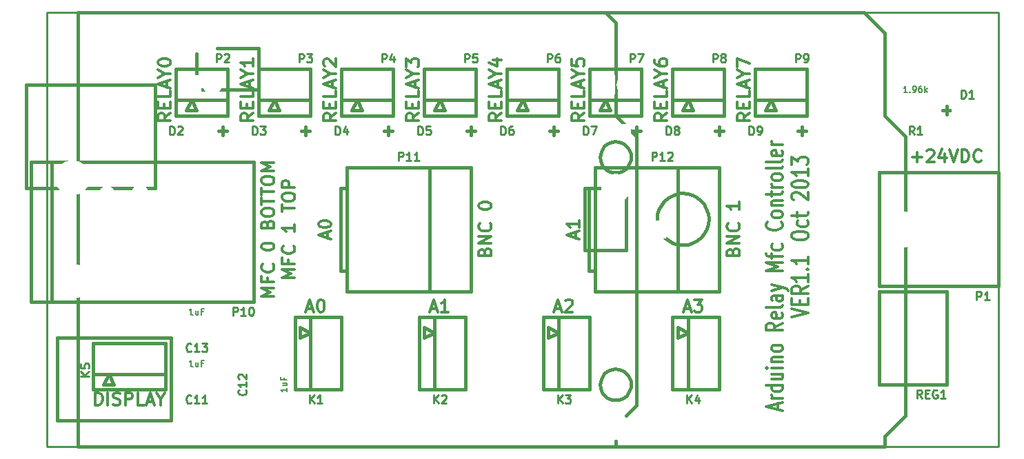
<source format=gto>
G04 (created by PCBNEW-RS274X (2011-05-25)-stable) date Thu 31 Oct 2013 03:42:36 PM EDT*
G01*
G70*
G90*
%MOIN*%
G04 Gerber Fmt 3.4, Leading zero omitted, Abs format*
%FSLAX34Y34*%
G04 APERTURE LIST*
%ADD10C,0.006000*%
%ADD11C,0.012000*%
%ADD12C,0.009000*%
%ADD13C,0.015000*%
%ADD14C,0.005000*%
%ADD15C,0.010000*%
%ADD16C,0.096000*%
%ADD17C,0.160000*%
%ADD18C,0.180000*%
%ADD19C,0.175000*%
%ADD20O,0.080000X0.120000*%
%ADD21C,0.080000*%
%ADD22R,0.070000X0.120000*%
%ADD23R,0.067000X0.067000*%
%ADD24C,0.093000*%
%ADD25R,0.093000X0.093000*%
%ADD26R,0.120000X0.070000*%
%ADD27C,0.170000*%
%ADD28C,0.140000*%
%ADD29R,0.085000X0.085000*%
%ADD30C,0.085000*%
G04 APERTURE END LIST*
G54D10*
G54D11*
X76679Y-42085D02*
X76707Y-41999D01*
X76736Y-41971D01*
X76793Y-41942D01*
X76879Y-41942D01*
X76936Y-41971D01*
X76964Y-41999D01*
X76993Y-42057D01*
X76993Y-42285D01*
X76393Y-42285D01*
X76393Y-42085D01*
X76421Y-42028D01*
X76450Y-41999D01*
X76507Y-41971D01*
X76564Y-41971D01*
X76621Y-41999D01*
X76650Y-42028D01*
X76679Y-42085D01*
X76679Y-42285D01*
X76993Y-41685D02*
X76393Y-41685D01*
X76993Y-41342D01*
X76393Y-41342D01*
X76936Y-40713D02*
X76964Y-40742D01*
X76993Y-40828D01*
X76993Y-40885D01*
X76964Y-40970D01*
X76907Y-41028D01*
X76850Y-41056D01*
X76736Y-41085D01*
X76650Y-41085D01*
X76536Y-41056D01*
X76479Y-41028D01*
X76421Y-40970D01*
X76393Y-40885D01*
X76393Y-40828D01*
X76421Y-40742D01*
X76450Y-40713D01*
X76993Y-39685D02*
X76993Y-40028D01*
X76993Y-39856D02*
X76393Y-39856D01*
X76479Y-39913D01*
X76536Y-39971D01*
X76564Y-40028D01*
X64679Y-42085D02*
X64707Y-41999D01*
X64736Y-41971D01*
X64793Y-41942D01*
X64879Y-41942D01*
X64936Y-41971D01*
X64964Y-41999D01*
X64993Y-42057D01*
X64993Y-42285D01*
X64393Y-42285D01*
X64393Y-42085D01*
X64421Y-42028D01*
X64450Y-41999D01*
X64507Y-41971D01*
X64564Y-41971D01*
X64621Y-41999D01*
X64650Y-42028D01*
X64679Y-42085D01*
X64679Y-42285D01*
X64993Y-41685D02*
X64393Y-41685D01*
X64993Y-41342D01*
X64393Y-41342D01*
X64936Y-40713D02*
X64964Y-40742D01*
X64993Y-40828D01*
X64993Y-40885D01*
X64964Y-40970D01*
X64907Y-41028D01*
X64850Y-41056D01*
X64736Y-41085D01*
X64650Y-41085D01*
X64536Y-41056D01*
X64479Y-41028D01*
X64421Y-40970D01*
X64393Y-40885D01*
X64393Y-40828D01*
X64421Y-40742D01*
X64450Y-40713D01*
X64393Y-39885D02*
X64393Y-39828D01*
X64421Y-39771D01*
X64450Y-39742D01*
X64507Y-39713D01*
X64621Y-39685D01*
X64764Y-39685D01*
X64879Y-39713D01*
X64936Y-39742D01*
X64964Y-39771D01*
X64993Y-39828D01*
X64993Y-39885D01*
X64964Y-39942D01*
X64936Y-39971D01*
X64879Y-39999D01*
X64764Y-40028D01*
X64621Y-40028D01*
X64507Y-39999D01*
X64450Y-39971D01*
X64421Y-39942D01*
X64393Y-39885D01*
X55493Y-43342D02*
X54893Y-43342D01*
X55321Y-43142D01*
X54893Y-42942D01*
X55493Y-42942D01*
X55179Y-42456D02*
X55179Y-42656D01*
X55493Y-42656D02*
X54893Y-42656D01*
X54893Y-42370D01*
X55436Y-41799D02*
X55464Y-41828D01*
X55493Y-41914D01*
X55493Y-41971D01*
X55464Y-42056D01*
X55407Y-42114D01*
X55350Y-42142D01*
X55236Y-42171D01*
X55150Y-42171D01*
X55036Y-42142D01*
X54979Y-42114D01*
X54921Y-42056D01*
X54893Y-41971D01*
X54893Y-41914D01*
X54921Y-41828D01*
X54950Y-41799D01*
X55493Y-40771D02*
X55493Y-41114D01*
X55493Y-40942D02*
X54893Y-40942D01*
X54979Y-40999D01*
X55036Y-41057D01*
X55064Y-41114D01*
X54893Y-40143D02*
X54893Y-39800D01*
X55493Y-39971D02*
X54893Y-39971D01*
X54893Y-39486D02*
X54893Y-39372D01*
X54921Y-39314D01*
X54979Y-39257D01*
X55093Y-39229D01*
X55293Y-39229D01*
X55407Y-39257D01*
X55464Y-39314D01*
X55493Y-39372D01*
X55493Y-39486D01*
X55464Y-39543D01*
X55407Y-39600D01*
X55293Y-39629D01*
X55093Y-39629D01*
X54979Y-39600D01*
X54921Y-39543D01*
X54893Y-39486D01*
X55493Y-38971D02*
X54893Y-38971D01*
X54893Y-38743D01*
X54921Y-38685D01*
X54950Y-38657D01*
X55007Y-38628D01*
X55093Y-38628D01*
X55150Y-38657D01*
X55179Y-38685D01*
X55207Y-38743D01*
X55207Y-38971D01*
X54493Y-44228D02*
X53893Y-44228D01*
X54321Y-44028D01*
X53893Y-43828D01*
X54493Y-43828D01*
X54179Y-43342D02*
X54179Y-43542D01*
X54493Y-43542D02*
X53893Y-43542D01*
X53893Y-43256D01*
X54436Y-42685D02*
X54464Y-42714D01*
X54493Y-42800D01*
X54493Y-42857D01*
X54464Y-42942D01*
X54407Y-43000D01*
X54350Y-43028D01*
X54236Y-43057D01*
X54150Y-43057D01*
X54036Y-43028D01*
X53979Y-43000D01*
X53921Y-42942D01*
X53893Y-42857D01*
X53893Y-42800D01*
X53921Y-42714D01*
X53950Y-42685D01*
X53893Y-41857D02*
X53893Y-41800D01*
X53921Y-41743D01*
X53950Y-41714D01*
X54007Y-41685D01*
X54121Y-41657D01*
X54264Y-41657D01*
X54379Y-41685D01*
X54436Y-41714D01*
X54464Y-41743D01*
X54493Y-41800D01*
X54493Y-41857D01*
X54464Y-41914D01*
X54436Y-41943D01*
X54379Y-41971D01*
X54264Y-42000D01*
X54121Y-42000D01*
X54007Y-41971D01*
X53950Y-41943D01*
X53921Y-41914D01*
X53893Y-41857D01*
X54179Y-40743D02*
X54207Y-40657D01*
X54236Y-40629D01*
X54293Y-40600D01*
X54379Y-40600D01*
X54436Y-40629D01*
X54464Y-40657D01*
X54493Y-40715D01*
X54493Y-40943D01*
X53893Y-40943D01*
X53893Y-40743D01*
X53921Y-40686D01*
X53950Y-40657D01*
X54007Y-40629D01*
X54064Y-40629D01*
X54121Y-40657D01*
X54150Y-40686D01*
X54179Y-40743D01*
X54179Y-40943D01*
X53893Y-40229D02*
X53893Y-40115D01*
X53921Y-40057D01*
X53979Y-40000D01*
X54093Y-39972D01*
X54293Y-39972D01*
X54407Y-40000D01*
X54464Y-40057D01*
X54493Y-40115D01*
X54493Y-40229D01*
X54464Y-40286D01*
X54407Y-40343D01*
X54293Y-40372D01*
X54093Y-40372D01*
X53979Y-40343D01*
X53921Y-40286D01*
X53893Y-40229D01*
X53893Y-39800D02*
X53893Y-39457D01*
X54493Y-39628D02*
X53893Y-39628D01*
X53893Y-39343D02*
X53893Y-39000D01*
X54493Y-39171D02*
X53893Y-39171D01*
X53893Y-38686D02*
X53893Y-38572D01*
X53921Y-38514D01*
X53979Y-38457D01*
X54093Y-38429D01*
X54293Y-38429D01*
X54407Y-38457D01*
X54464Y-38514D01*
X54493Y-38572D01*
X54493Y-38686D01*
X54464Y-38743D01*
X54407Y-38800D01*
X54293Y-38829D01*
X54093Y-38829D01*
X53979Y-38800D01*
X53921Y-38743D01*
X53893Y-38686D01*
X54493Y-38171D02*
X53893Y-38171D01*
X54321Y-37971D01*
X53893Y-37771D01*
X54493Y-37771D01*
G54D12*
X89500Y-51500D02*
X43500Y-51500D01*
X43500Y-30500D02*
X89500Y-30500D01*
X43500Y-30500D02*
X43500Y-51500D01*
G54D11*
X78845Y-49706D02*
X78845Y-49420D01*
X79074Y-49763D02*
X78274Y-49563D01*
X79074Y-49363D01*
X79074Y-49163D02*
X78540Y-49163D01*
X78693Y-49163D02*
X78617Y-49135D01*
X78579Y-49106D01*
X78540Y-49049D01*
X78540Y-48992D01*
X79074Y-48535D02*
X78274Y-48535D01*
X79036Y-48535D02*
X79074Y-48592D01*
X79074Y-48706D01*
X79036Y-48764D01*
X78998Y-48792D01*
X78921Y-48821D01*
X78693Y-48821D01*
X78617Y-48792D01*
X78579Y-48764D01*
X78540Y-48706D01*
X78540Y-48592D01*
X78579Y-48535D01*
X78540Y-47992D02*
X79074Y-47992D01*
X78540Y-48249D02*
X78960Y-48249D01*
X79036Y-48221D01*
X79074Y-48163D01*
X79074Y-48078D01*
X79036Y-48021D01*
X78998Y-47992D01*
X79074Y-47706D02*
X78540Y-47706D01*
X78274Y-47706D02*
X78312Y-47735D01*
X78350Y-47706D01*
X78312Y-47678D01*
X78274Y-47706D01*
X78350Y-47706D01*
X78540Y-47420D02*
X79074Y-47420D01*
X78617Y-47420D02*
X78579Y-47392D01*
X78540Y-47334D01*
X78540Y-47249D01*
X78579Y-47192D01*
X78655Y-47163D01*
X79074Y-47163D01*
X79074Y-46791D02*
X79036Y-46849D01*
X78998Y-46877D01*
X78921Y-46906D01*
X78693Y-46906D01*
X78617Y-46877D01*
X78579Y-46849D01*
X78540Y-46791D01*
X78540Y-46706D01*
X78579Y-46649D01*
X78617Y-46620D01*
X78693Y-46591D01*
X78921Y-46591D01*
X78998Y-46620D01*
X79036Y-46649D01*
X79074Y-46706D01*
X79074Y-46791D01*
X79074Y-45534D02*
X78693Y-45734D01*
X79074Y-45877D02*
X78274Y-45877D01*
X78274Y-45649D01*
X78312Y-45591D01*
X78350Y-45563D01*
X78426Y-45534D01*
X78540Y-45534D01*
X78617Y-45563D01*
X78655Y-45591D01*
X78693Y-45649D01*
X78693Y-45877D01*
X79036Y-45049D02*
X79074Y-45106D01*
X79074Y-45220D01*
X79036Y-45277D01*
X78960Y-45306D01*
X78655Y-45306D01*
X78579Y-45277D01*
X78540Y-45220D01*
X78540Y-45106D01*
X78579Y-45049D01*
X78655Y-45020D01*
X78731Y-45020D01*
X78807Y-45306D01*
X79074Y-44677D02*
X79036Y-44735D01*
X78960Y-44763D01*
X78274Y-44763D01*
X79074Y-44192D02*
X78655Y-44192D01*
X78579Y-44221D01*
X78540Y-44278D01*
X78540Y-44392D01*
X78579Y-44449D01*
X79036Y-44192D02*
X79074Y-44249D01*
X79074Y-44392D01*
X79036Y-44449D01*
X78960Y-44478D01*
X78883Y-44478D01*
X78807Y-44449D01*
X78769Y-44392D01*
X78769Y-44249D01*
X78731Y-44192D01*
X78540Y-43963D02*
X79074Y-43820D01*
X78540Y-43678D02*
X79074Y-43820D01*
X79264Y-43878D01*
X79302Y-43906D01*
X79340Y-43963D01*
X79074Y-42992D02*
X78274Y-42992D01*
X78845Y-42792D01*
X78274Y-42592D01*
X79074Y-42592D01*
X78540Y-42392D02*
X78540Y-42163D01*
X79074Y-42306D02*
X78388Y-42306D01*
X78312Y-42278D01*
X78274Y-42220D01*
X78274Y-42163D01*
X79036Y-41706D02*
X79074Y-41763D01*
X79074Y-41877D01*
X79036Y-41935D01*
X78998Y-41963D01*
X78921Y-41992D01*
X78693Y-41992D01*
X78617Y-41963D01*
X78579Y-41935D01*
X78540Y-41877D01*
X78540Y-41763D01*
X78579Y-41706D01*
X78998Y-40649D02*
X79036Y-40678D01*
X79074Y-40764D01*
X79074Y-40821D01*
X79036Y-40906D01*
X78960Y-40964D01*
X78883Y-40992D01*
X78731Y-41021D01*
X78617Y-41021D01*
X78464Y-40992D01*
X78388Y-40964D01*
X78312Y-40906D01*
X78274Y-40821D01*
X78274Y-40764D01*
X78312Y-40678D01*
X78350Y-40649D01*
X79074Y-40306D02*
X79036Y-40364D01*
X78998Y-40392D01*
X78921Y-40421D01*
X78693Y-40421D01*
X78617Y-40392D01*
X78579Y-40364D01*
X78540Y-40306D01*
X78540Y-40221D01*
X78579Y-40164D01*
X78617Y-40135D01*
X78693Y-40106D01*
X78921Y-40106D01*
X78998Y-40135D01*
X79036Y-40164D01*
X79074Y-40221D01*
X79074Y-40306D01*
X78540Y-39849D02*
X79074Y-39849D01*
X78617Y-39849D02*
X78579Y-39821D01*
X78540Y-39763D01*
X78540Y-39678D01*
X78579Y-39621D01*
X78655Y-39592D01*
X79074Y-39592D01*
X78540Y-39392D02*
X78540Y-39163D01*
X78274Y-39306D02*
X78960Y-39306D01*
X79036Y-39278D01*
X79074Y-39220D01*
X79074Y-39163D01*
X79074Y-38963D02*
X78540Y-38963D01*
X78693Y-38963D02*
X78617Y-38935D01*
X78579Y-38906D01*
X78540Y-38849D01*
X78540Y-38792D01*
X79074Y-38506D02*
X79036Y-38564D01*
X78998Y-38592D01*
X78921Y-38621D01*
X78693Y-38621D01*
X78617Y-38592D01*
X78579Y-38564D01*
X78540Y-38506D01*
X78540Y-38421D01*
X78579Y-38364D01*
X78617Y-38335D01*
X78693Y-38306D01*
X78921Y-38306D01*
X78998Y-38335D01*
X79036Y-38364D01*
X79074Y-38421D01*
X79074Y-38506D01*
X79074Y-37963D02*
X79036Y-38021D01*
X78960Y-38049D01*
X78274Y-38049D01*
X79074Y-37649D02*
X79036Y-37707D01*
X78960Y-37735D01*
X78274Y-37735D01*
X79036Y-37193D02*
X79074Y-37250D01*
X79074Y-37364D01*
X79036Y-37421D01*
X78960Y-37450D01*
X78655Y-37450D01*
X78579Y-37421D01*
X78540Y-37364D01*
X78540Y-37250D01*
X78579Y-37193D01*
X78655Y-37164D01*
X78731Y-37164D01*
X78807Y-37450D01*
X79074Y-36907D02*
X78540Y-36907D01*
X78693Y-36907D02*
X78617Y-36879D01*
X78579Y-36850D01*
X78540Y-36793D01*
X78540Y-36736D01*
X79524Y-41356D02*
X79524Y-41242D01*
X79562Y-41184D01*
X79638Y-41127D01*
X79790Y-41099D01*
X80057Y-41099D01*
X80210Y-41127D01*
X80286Y-41184D01*
X80324Y-41242D01*
X80324Y-41356D01*
X80286Y-41413D01*
X80210Y-41470D01*
X80057Y-41499D01*
X79790Y-41499D01*
X79638Y-41470D01*
X79562Y-41413D01*
X79524Y-41356D01*
X80286Y-40584D02*
X80324Y-40641D01*
X80324Y-40755D01*
X80286Y-40813D01*
X80248Y-40841D01*
X80171Y-40870D01*
X79943Y-40870D01*
X79867Y-40841D01*
X79829Y-40813D01*
X79790Y-40755D01*
X79790Y-40641D01*
X79829Y-40584D01*
X79790Y-40413D02*
X79790Y-40184D01*
X79524Y-40327D02*
X80210Y-40327D01*
X80286Y-40299D01*
X80324Y-40241D01*
X80324Y-40184D01*
X79600Y-39556D02*
X79562Y-39527D01*
X79524Y-39470D01*
X79524Y-39327D01*
X79562Y-39270D01*
X79600Y-39241D01*
X79676Y-39213D01*
X79752Y-39213D01*
X79867Y-39241D01*
X80324Y-39584D01*
X80324Y-39213D01*
X79524Y-38842D02*
X79524Y-38785D01*
X79562Y-38728D01*
X79600Y-38699D01*
X79676Y-38670D01*
X79829Y-38642D01*
X80019Y-38642D01*
X80171Y-38670D01*
X80248Y-38699D01*
X80286Y-38728D01*
X80324Y-38785D01*
X80324Y-38842D01*
X80286Y-38899D01*
X80248Y-38928D01*
X80171Y-38956D01*
X80019Y-38985D01*
X79829Y-38985D01*
X79676Y-38956D01*
X79600Y-38928D01*
X79562Y-38899D01*
X79524Y-38842D01*
X80324Y-38071D02*
X80324Y-38414D01*
X80324Y-38242D02*
X79524Y-38242D01*
X79638Y-38299D01*
X79714Y-38357D01*
X79752Y-38414D01*
X79524Y-37871D02*
X79524Y-37500D01*
X79829Y-37700D01*
X79829Y-37614D01*
X79867Y-37557D01*
X79905Y-37528D01*
X79981Y-37500D01*
X80171Y-37500D01*
X80248Y-37528D01*
X80286Y-37557D01*
X80324Y-37614D01*
X80324Y-37786D01*
X80286Y-37843D01*
X80248Y-37871D01*
X79524Y-45235D02*
X80324Y-45035D01*
X79524Y-44835D01*
X79905Y-44635D02*
X79905Y-44435D01*
X80324Y-44349D02*
X80324Y-44635D01*
X79524Y-44635D01*
X79524Y-44349D01*
X80324Y-43749D02*
X79943Y-43949D01*
X80324Y-44092D02*
X79524Y-44092D01*
X79524Y-43864D01*
X79562Y-43806D01*
X79600Y-43778D01*
X79676Y-43749D01*
X79790Y-43749D01*
X79867Y-43778D01*
X79905Y-43806D01*
X79943Y-43864D01*
X79943Y-44092D01*
X80324Y-43178D02*
X80324Y-43521D01*
X80324Y-43349D02*
X79524Y-43349D01*
X79638Y-43406D01*
X79714Y-43464D01*
X79752Y-43521D01*
X80248Y-42921D02*
X80286Y-42893D01*
X80324Y-42921D01*
X80286Y-42950D01*
X80248Y-42921D01*
X80324Y-42921D01*
X80324Y-42321D02*
X80324Y-42664D01*
X80324Y-42492D02*
X79524Y-42492D01*
X79638Y-42549D01*
X79714Y-42607D01*
X79752Y-42664D01*
G54D12*
X89500Y-51500D02*
X89500Y-30500D01*
G54D13*
X89500Y-38250D02*
X89500Y-43750D01*
X89500Y-43750D02*
X83750Y-43750D01*
X83750Y-43750D02*
X83750Y-38250D01*
X83750Y-38250D02*
X89500Y-38250D01*
X71750Y-48500D02*
X71735Y-48645D01*
X71693Y-48785D01*
X71624Y-48915D01*
X71532Y-49028D01*
X71419Y-49121D01*
X71290Y-49191D01*
X71150Y-49234D01*
X71005Y-49249D01*
X70860Y-49236D01*
X70720Y-49195D01*
X70590Y-49127D01*
X70476Y-49035D01*
X70382Y-48923D01*
X70311Y-48795D01*
X70267Y-48655D01*
X70251Y-48510D01*
X70263Y-48365D01*
X70303Y-48224D01*
X70370Y-48094D01*
X70461Y-47980D01*
X70572Y-47885D01*
X70700Y-47813D01*
X70839Y-47768D01*
X70985Y-47751D01*
X71130Y-47762D01*
X71271Y-47801D01*
X71401Y-47867D01*
X71517Y-47957D01*
X71612Y-48068D01*
X71685Y-48195D01*
X71731Y-48334D01*
X71749Y-48480D01*
X71750Y-48500D01*
X71750Y-37500D02*
X71735Y-37645D01*
X71693Y-37785D01*
X71624Y-37915D01*
X71532Y-38028D01*
X71419Y-38121D01*
X71290Y-38191D01*
X71150Y-38234D01*
X71005Y-38249D01*
X70860Y-38236D01*
X70720Y-38195D01*
X70590Y-38127D01*
X70476Y-38035D01*
X70382Y-37923D01*
X70311Y-37795D01*
X70267Y-37655D01*
X70251Y-37510D01*
X70263Y-37365D01*
X70303Y-37224D01*
X70370Y-37094D01*
X70461Y-36980D01*
X70572Y-36885D01*
X70700Y-36813D01*
X70839Y-36768D01*
X70985Y-36751D01*
X71130Y-36762D01*
X71271Y-36801D01*
X71401Y-36867D01*
X71517Y-36957D01*
X71612Y-37068D01*
X71685Y-37195D01*
X71731Y-37334D01*
X71749Y-37480D01*
X71750Y-37500D01*
X69500Y-42000D02*
X71500Y-42000D01*
X71500Y-42000D02*
X71500Y-39000D01*
X71500Y-39000D02*
X69500Y-39000D01*
X69500Y-39000D02*
X69500Y-42000D01*
X50750Y-34250D02*
X50750Y-32500D01*
X51750Y-32250D02*
X53750Y-32250D01*
X53750Y-32250D02*
X53750Y-34250D01*
X53750Y-34250D02*
X50750Y-34250D01*
X75500Y-40500D02*
X75476Y-40742D01*
X75405Y-40976D01*
X75291Y-41191D01*
X75136Y-41380D01*
X74948Y-41536D01*
X74734Y-41652D01*
X74501Y-41724D01*
X74258Y-41749D01*
X74016Y-41727D01*
X73782Y-41658D01*
X73566Y-41545D01*
X73376Y-41393D01*
X73219Y-41206D01*
X73102Y-40992D01*
X73028Y-40759D01*
X73001Y-40517D01*
X73021Y-40275D01*
X73088Y-40040D01*
X73200Y-39823D01*
X73351Y-39632D01*
X73537Y-39474D01*
X73750Y-39355D01*
X73982Y-39280D01*
X74224Y-39251D01*
X74467Y-39269D01*
X74702Y-39335D01*
X74919Y-39445D01*
X75112Y-39595D01*
X75271Y-39780D01*
X75391Y-39992D01*
X75468Y-40224D01*
X75499Y-40466D01*
X75500Y-40500D01*
X42500Y-39000D02*
X42500Y-34000D01*
X42500Y-34000D02*
X48750Y-34000D01*
X48750Y-34000D02*
X48750Y-39000D01*
X48750Y-39000D02*
X42500Y-39000D01*
X71000Y-51250D02*
X71000Y-51500D01*
X71500Y-50000D02*
X72000Y-49500D01*
X44000Y-50250D02*
X44000Y-46250D01*
X44000Y-46250D02*
X49500Y-46250D01*
X49500Y-46250D02*
X49500Y-50250D01*
X49500Y-50250D02*
X44000Y-50250D01*
X70500Y-30500D02*
X71000Y-31000D01*
X71000Y-31000D02*
X71000Y-35500D01*
X71000Y-35500D02*
X72000Y-36500D01*
X72000Y-36500D02*
X72000Y-49500D01*
X45000Y-51500D02*
X45000Y-30500D01*
X45000Y-30500D02*
X83000Y-30500D01*
X83000Y-30500D02*
X84000Y-31500D01*
X84000Y-31500D02*
X84000Y-35500D01*
X84000Y-35500D02*
X85000Y-36500D01*
X85000Y-36500D02*
X85000Y-50000D01*
X85000Y-50000D02*
X84000Y-51000D01*
X84000Y-51000D02*
X84000Y-51500D01*
X84000Y-51500D02*
X45000Y-51500D01*
G54D14*
X85200Y-34700D02*
X84600Y-34700D01*
X84600Y-34700D02*
X84600Y-35800D01*
X84600Y-35800D02*
X85200Y-35800D01*
X85800Y-35800D02*
X86400Y-35800D01*
X86400Y-35800D02*
X86400Y-34700D01*
X86400Y-34700D02*
X85800Y-34700D01*
G54D13*
X56000Y-36050D02*
X56000Y-36450D01*
X55800Y-36250D02*
X56200Y-36250D01*
X87000Y-35450D02*
X87000Y-35050D01*
X87200Y-35250D02*
X86800Y-35250D01*
X52000Y-36050D02*
X52000Y-36450D01*
X51800Y-36250D02*
X52200Y-36250D01*
X80000Y-36050D02*
X80000Y-36450D01*
X79800Y-36250D02*
X80200Y-36250D01*
X76000Y-36050D02*
X76000Y-36450D01*
X75800Y-36250D02*
X76200Y-36250D01*
X60000Y-36050D02*
X60000Y-36450D01*
X59800Y-36250D02*
X60200Y-36250D01*
X64000Y-36050D02*
X64000Y-36450D01*
X63800Y-36250D02*
X64200Y-36250D01*
X68000Y-36050D02*
X68000Y-36450D01*
X67800Y-36250D02*
X68200Y-36250D01*
X72000Y-36050D02*
X72000Y-36450D01*
X71800Y-36250D02*
X72200Y-36250D01*
X67750Y-46250D02*
X68250Y-46000D01*
X68250Y-46000D02*
X67750Y-45750D01*
X67750Y-45750D02*
X67750Y-46250D01*
X67500Y-48750D02*
X67500Y-45250D01*
X67500Y-45250D02*
X68250Y-45250D01*
X67500Y-48750D02*
X68250Y-48750D01*
X68250Y-48750D02*
X69750Y-48750D01*
X69750Y-48750D02*
X69750Y-45250D01*
X69750Y-45250D02*
X68250Y-45250D01*
X68250Y-45250D02*
X68250Y-48750D01*
X74000Y-46250D02*
X74500Y-46000D01*
X74500Y-46000D02*
X74000Y-45750D01*
X74000Y-45750D02*
X74000Y-46250D01*
X73750Y-48750D02*
X73750Y-45250D01*
X73750Y-45250D02*
X74500Y-45250D01*
X73750Y-48750D02*
X74500Y-48750D01*
X74500Y-48750D02*
X76000Y-48750D01*
X76000Y-48750D02*
X76000Y-45250D01*
X76000Y-45250D02*
X74500Y-45250D01*
X74500Y-45250D02*
X74500Y-48750D01*
X61750Y-46250D02*
X62250Y-46000D01*
X62250Y-46000D02*
X61750Y-45750D01*
X61750Y-45750D02*
X61750Y-46250D01*
X61500Y-48750D02*
X61500Y-45250D01*
X61500Y-45250D02*
X62250Y-45250D01*
X61500Y-48750D02*
X62250Y-48750D01*
X62250Y-48750D02*
X63750Y-48750D01*
X63750Y-48750D02*
X63750Y-45250D01*
X63750Y-45250D02*
X62250Y-45250D01*
X62250Y-45250D02*
X62250Y-48750D01*
X55750Y-46250D02*
X56250Y-46000D01*
X56250Y-46000D02*
X55750Y-45750D01*
X55750Y-45750D02*
X55750Y-46250D01*
X55500Y-48750D02*
X55500Y-45250D01*
X55500Y-45250D02*
X56250Y-45250D01*
X55500Y-48750D02*
X56250Y-48750D01*
X56250Y-48750D02*
X57750Y-48750D01*
X57750Y-48750D02*
X57750Y-45250D01*
X57750Y-45250D02*
X56250Y-45250D01*
X56250Y-45250D02*
X56250Y-48750D01*
X52250Y-33250D02*
X49750Y-33250D01*
X52250Y-34750D02*
X49750Y-34750D01*
X52250Y-35500D02*
X49750Y-35500D01*
X50750Y-35250D02*
X50500Y-34750D01*
X50500Y-34750D02*
X50250Y-35250D01*
X50250Y-35250D02*
X50750Y-35250D01*
X49750Y-35500D02*
X49750Y-34750D01*
X52250Y-35500D02*
X52250Y-34750D01*
X52250Y-34750D02*
X52250Y-33250D01*
X49750Y-33250D02*
X49750Y-34750D01*
X56250Y-33250D02*
X53750Y-33250D01*
X56250Y-34750D02*
X53750Y-34750D01*
X56250Y-35500D02*
X53750Y-35500D01*
X54750Y-35250D02*
X54500Y-34750D01*
X54500Y-34750D02*
X54250Y-35250D01*
X54250Y-35250D02*
X54750Y-35250D01*
X53750Y-35500D02*
X53750Y-34750D01*
X56250Y-35500D02*
X56250Y-34750D01*
X56250Y-34750D02*
X56250Y-33250D01*
X53750Y-33250D02*
X53750Y-34750D01*
X60250Y-33250D02*
X57750Y-33250D01*
X60250Y-34750D02*
X57750Y-34750D01*
X60250Y-35500D02*
X57750Y-35500D01*
X58750Y-35250D02*
X58500Y-34750D01*
X58500Y-34750D02*
X58250Y-35250D01*
X58250Y-35250D02*
X58750Y-35250D01*
X57750Y-35500D02*
X57750Y-34750D01*
X60250Y-35500D02*
X60250Y-34750D01*
X60250Y-34750D02*
X60250Y-33250D01*
X57750Y-33250D02*
X57750Y-34750D01*
X64250Y-33250D02*
X61750Y-33250D01*
X64250Y-34750D02*
X61750Y-34750D01*
X64250Y-35500D02*
X61750Y-35500D01*
X62750Y-35250D02*
X62500Y-34750D01*
X62500Y-34750D02*
X62250Y-35250D01*
X62250Y-35250D02*
X62750Y-35250D01*
X61750Y-35500D02*
X61750Y-34750D01*
X64250Y-35500D02*
X64250Y-34750D01*
X64250Y-34750D02*
X64250Y-33250D01*
X61750Y-33250D02*
X61750Y-34750D01*
X68250Y-33250D02*
X65750Y-33250D01*
X68250Y-34750D02*
X65750Y-34750D01*
X68250Y-35500D02*
X65750Y-35500D01*
X66750Y-35250D02*
X66500Y-34750D01*
X66500Y-34750D02*
X66250Y-35250D01*
X66250Y-35250D02*
X66750Y-35250D01*
X65750Y-35500D02*
X65750Y-34750D01*
X68250Y-35500D02*
X68250Y-34750D01*
X68250Y-34750D02*
X68250Y-33250D01*
X65750Y-33250D02*
X65750Y-34750D01*
X72250Y-33250D02*
X69750Y-33250D01*
X72250Y-34750D02*
X69750Y-34750D01*
X72250Y-35500D02*
X69750Y-35500D01*
X70750Y-35250D02*
X70500Y-34750D01*
X70500Y-34750D02*
X70250Y-35250D01*
X70250Y-35250D02*
X70750Y-35250D01*
X69750Y-35500D02*
X69750Y-34750D01*
X72250Y-35500D02*
X72250Y-34750D01*
X72250Y-34750D02*
X72250Y-33250D01*
X69750Y-33250D02*
X69750Y-34750D01*
X76250Y-33250D02*
X73750Y-33250D01*
X76250Y-34750D02*
X73750Y-34750D01*
X76250Y-35500D02*
X73750Y-35500D01*
X74750Y-35250D02*
X74500Y-34750D01*
X74500Y-34750D02*
X74250Y-35250D01*
X74250Y-35250D02*
X74750Y-35250D01*
X73750Y-35500D02*
X73750Y-34750D01*
X76250Y-35500D02*
X76250Y-34750D01*
X76250Y-34750D02*
X76250Y-33250D01*
X73750Y-33250D02*
X73750Y-34750D01*
X80250Y-33250D02*
X77750Y-33250D01*
X80250Y-34750D02*
X77750Y-34750D01*
X80250Y-35500D02*
X77750Y-35500D01*
X78750Y-35250D02*
X78500Y-34750D01*
X78500Y-34750D02*
X78250Y-35250D01*
X78250Y-35250D02*
X78750Y-35250D01*
X77750Y-35500D02*
X77750Y-34750D01*
X80250Y-35500D02*
X80250Y-34750D01*
X80250Y-34750D02*
X80250Y-33250D01*
X77750Y-33250D02*
X77750Y-34750D01*
G54D14*
X51050Y-48800D02*
X51650Y-48800D01*
X51650Y-48800D02*
X51650Y-47700D01*
X51650Y-47700D02*
X51050Y-47700D01*
X50450Y-47700D02*
X49850Y-47700D01*
X49850Y-47700D02*
X49850Y-48800D01*
X49850Y-48800D02*
X50450Y-48800D01*
X53450Y-48800D02*
X53450Y-49400D01*
X53450Y-49400D02*
X54550Y-49400D01*
X54550Y-49400D02*
X54550Y-48800D01*
X54550Y-48200D02*
X54550Y-47600D01*
X54550Y-47600D02*
X53450Y-47600D01*
X53450Y-47600D02*
X53450Y-48200D01*
X50450Y-45200D02*
X49850Y-45200D01*
X49850Y-45200D02*
X49850Y-46300D01*
X49850Y-46300D02*
X50450Y-46300D01*
X51050Y-46300D02*
X51650Y-46300D01*
X51650Y-46300D02*
X51650Y-45200D01*
X51650Y-45200D02*
X51050Y-45200D01*
G54D13*
X43750Y-44500D02*
X43750Y-37750D01*
X42750Y-44500D02*
X42750Y-37750D01*
X42750Y-37750D02*
X53500Y-37750D01*
X53500Y-37750D02*
X53500Y-44500D01*
X53500Y-44500D02*
X42750Y-44500D01*
X87000Y-44000D02*
X83750Y-44000D01*
X83750Y-44000D02*
X83750Y-48500D01*
X83750Y-48500D02*
X87000Y-48500D01*
X87000Y-48500D02*
X87000Y-44000D01*
X58000Y-38000D02*
X64000Y-38000D01*
X58000Y-44000D02*
X64000Y-44000D01*
X58000Y-43000D02*
X57700Y-43000D01*
X57700Y-43000D02*
X57700Y-39000D01*
X57700Y-39000D02*
X58000Y-39000D01*
X62000Y-44000D02*
X62000Y-38000D01*
X58000Y-44000D02*
X58000Y-38000D01*
X64000Y-44000D02*
X64000Y-38000D01*
X70000Y-38000D02*
X76000Y-38000D01*
X70000Y-44000D02*
X76000Y-44000D01*
X70000Y-43000D02*
X69700Y-43000D01*
X69700Y-43000D02*
X69700Y-39000D01*
X69700Y-39000D02*
X70000Y-39000D01*
X74000Y-44000D02*
X74000Y-38000D01*
X70000Y-44000D02*
X70000Y-38000D01*
X76000Y-44000D02*
X76000Y-38000D01*
X46750Y-48500D02*
X46500Y-48000D01*
X46500Y-48000D02*
X46250Y-48500D01*
X46250Y-48500D02*
X46750Y-48500D01*
X49250Y-48750D02*
X45750Y-48750D01*
X45750Y-48750D02*
X45750Y-48000D01*
X49250Y-48750D02*
X49250Y-48000D01*
X49250Y-48000D02*
X49250Y-46500D01*
X49250Y-46500D02*
X45750Y-46500D01*
X45750Y-46500D02*
X45750Y-48000D01*
X45750Y-48000D02*
X49250Y-48000D01*
G54D15*
X88455Y-44412D02*
X88455Y-44012D01*
X88608Y-44012D01*
X88646Y-44031D01*
X88665Y-44050D01*
X88684Y-44088D01*
X88684Y-44145D01*
X88665Y-44183D01*
X88646Y-44202D01*
X88608Y-44221D01*
X88455Y-44221D01*
X89065Y-44412D02*
X88836Y-44412D01*
X88950Y-44412D02*
X88950Y-44012D01*
X88912Y-44069D01*
X88874Y-44107D01*
X88836Y-44126D01*
G54D11*
X85344Y-37514D02*
X85801Y-37514D01*
X85572Y-37743D02*
X85572Y-37286D01*
X86058Y-37200D02*
X86087Y-37171D01*
X86144Y-37143D01*
X86287Y-37143D01*
X86344Y-37171D01*
X86373Y-37200D01*
X86401Y-37257D01*
X86401Y-37314D01*
X86373Y-37400D01*
X86030Y-37743D01*
X86401Y-37743D01*
X86915Y-37343D02*
X86915Y-37743D01*
X86772Y-37114D02*
X86629Y-37543D01*
X87001Y-37543D01*
X87143Y-37143D02*
X87343Y-37743D01*
X87543Y-37143D01*
X87743Y-37743D02*
X87743Y-37143D01*
X87886Y-37143D01*
X87971Y-37171D01*
X88029Y-37229D01*
X88057Y-37286D01*
X88086Y-37400D01*
X88086Y-37486D01*
X88057Y-37600D01*
X88029Y-37657D01*
X87971Y-37714D01*
X87886Y-37743D01*
X87743Y-37743D01*
X88686Y-37686D02*
X88657Y-37714D01*
X88571Y-37743D01*
X88514Y-37743D01*
X88429Y-37714D01*
X88371Y-37657D01*
X88343Y-37600D01*
X88314Y-37486D01*
X88314Y-37400D01*
X88343Y-37286D01*
X88371Y-37229D01*
X88429Y-37171D01*
X88514Y-37143D01*
X88571Y-37143D01*
X88657Y-37171D01*
X88686Y-37200D01*
G54D15*
X85434Y-36412D02*
X85300Y-36221D01*
X85205Y-36412D02*
X85205Y-36012D01*
X85358Y-36012D01*
X85396Y-36031D01*
X85415Y-36050D01*
X85434Y-36088D01*
X85434Y-36145D01*
X85415Y-36183D01*
X85396Y-36202D01*
X85358Y-36221D01*
X85205Y-36221D01*
X85815Y-36412D02*
X85586Y-36412D01*
X85700Y-36412D02*
X85700Y-36012D01*
X85662Y-36069D01*
X85624Y-36107D01*
X85586Y-36126D01*
G54D14*
X85107Y-34371D02*
X84935Y-34371D01*
X85021Y-34371D02*
X85021Y-34071D01*
X84992Y-34114D01*
X84964Y-34143D01*
X84935Y-34157D01*
X85235Y-34343D02*
X85250Y-34357D01*
X85235Y-34371D01*
X85221Y-34357D01*
X85235Y-34343D01*
X85235Y-34371D01*
X85393Y-34371D02*
X85450Y-34371D01*
X85478Y-34357D01*
X85493Y-34343D01*
X85521Y-34300D01*
X85536Y-34243D01*
X85536Y-34129D01*
X85521Y-34100D01*
X85507Y-34086D01*
X85478Y-34071D01*
X85421Y-34071D01*
X85393Y-34086D01*
X85378Y-34100D01*
X85364Y-34129D01*
X85364Y-34200D01*
X85378Y-34229D01*
X85393Y-34243D01*
X85421Y-34257D01*
X85478Y-34257D01*
X85507Y-34243D01*
X85521Y-34229D01*
X85536Y-34200D01*
X85793Y-34071D02*
X85736Y-34071D01*
X85707Y-34086D01*
X85693Y-34100D01*
X85664Y-34143D01*
X85650Y-34200D01*
X85650Y-34314D01*
X85664Y-34343D01*
X85679Y-34357D01*
X85707Y-34371D01*
X85764Y-34371D01*
X85793Y-34357D01*
X85807Y-34343D01*
X85822Y-34314D01*
X85822Y-34243D01*
X85807Y-34214D01*
X85793Y-34200D01*
X85764Y-34186D01*
X85707Y-34186D01*
X85679Y-34200D01*
X85664Y-34214D01*
X85650Y-34243D01*
X85950Y-34371D02*
X85950Y-34071D01*
X85979Y-34257D02*
X86065Y-34371D01*
X86065Y-34171D02*
X85950Y-34286D01*
G54D15*
X53455Y-36412D02*
X53455Y-36012D01*
X53550Y-36012D01*
X53608Y-36031D01*
X53646Y-36069D01*
X53665Y-36107D01*
X53684Y-36183D01*
X53684Y-36240D01*
X53665Y-36317D01*
X53646Y-36355D01*
X53608Y-36393D01*
X53550Y-36412D01*
X53455Y-36412D01*
X53817Y-36012D02*
X54065Y-36012D01*
X53931Y-36164D01*
X53989Y-36164D01*
X54027Y-36183D01*
X54046Y-36202D01*
X54065Y-36240D01*
X54065Y-36336D01*
X54046Y-36374D01*
X54027Y-36393D01*
X53989Y-36412D01*
X53874Y-36412D01*
X53836Y-36393D01*
X53817Y-36374D01*
X87705Y-34662D02*
X87705Y-34262D01*
X87800Y-34262D01*
X87858Y-34281D01*
X87896Y-34319D01*
X87915Y-34357D01*
X87934Y-34433D01*
X87934Y-34490D01*
X87915Y-34567D01*
X87896Y-34605D01*
X87858Y-34643D01*
X87800Y-34662D01*
X87705Y-34662D01*
X88315Y-34662D02*
X88086Y-34662D01*
X88200Y-34662D02*
X88200Y-34262D01*
X88162Y-34319D01*
X88124Y-34357D01*
X88086Y-34376D01*
X49455Y-36412D02*
X49455Y-36012D01*
X49550Y-36012D01*
X49608Y-36031D01*
X49646Y-36069D01*
X49665Y-36107D01*
X49684Y-36183D01*
X49684Y-36240D01*
X49665Y-36317D01*
X49646Y-36355D01*
X49608Y-36393D01*
X49550Y-36412D01*
X49455Y-36412D01*
X49836Y-36050D02*
X49855Y-36031D01*
X49893Y-36012D01*
X49989Y-36012D01*
X50027Y-36031D01*
X50046Y-36050D01*
X50065Y-36088D01*
X50065Y-36126D01*
X50046Y-36183D01*
X49817Y-36412D01*
X50065Y-36412D01*
X77455Y-36412D02*
X77455Y-36012D01*
X77550Y-36012D01*
X77608Y-36031D01*
X77646Y-36069D01*
X77665Y-36107D01*
X77684Y-36183D01*
X77684Y-36240D01*
X77665Y-36317D01*
X77646Y-36355D01*
X77608Y-36393D01*
X77550Y-36412D01*
X77455Y-36412D01*
X77874Y-36412D02*
X77950Y-36412D01*
X77989Y-36393D01*
X78008Y-36374D01*
X78046Y-36317D01*
X78065Y-36240D01*
X78065Y-36088D01*
X78046Y-36050D01*
X78027Y-36031D01*
X77989Y-36012D01*
X77912Y-36012D01*
X77874Y-36031D01*
X77855Y-36050D01*
X77836Y-36088D01*
X77836Y-36183D01*
X77855Y-36221D01*
X77874Y-36240D01*
X77912Y-36260D01*
X77989Y-36260D01*
X78027Y-36240D01*
X78046Y-36221D01*
X78065Y-36183D01*
X73455Y-36412D02*
X73455Y-36012D01*
X73550Y-36012D01*
X73608Y-36031D01*
X73646Y-36069D01*
X73665Y-36107D01*
X73684Y-36183D01*
X73684Y-36240D01*
X73665Y-36317D01*
X73646Y-36355D01*
X73608Y-36393D01*
X73550Y-36412D01*
X73455Y-36412D01*
X73912Y-36183D02*
X73874Y-36164D01*
X73855Y-36145D01*
X73836Y-36107D01*
X73836Y-36088D01*
X73855Y-36050D01*
X73874Y-36031D01*
X73912Y-36012D01*
X73989Y-36012D01*
X74027Y-36031D01*
X74046Y-36050D01*
X74065Y-36088D01*
X74065Y-36107D01*
X74046Y-36145D01*
X74027Y-36164D01*
X73989Y-36183D01*
X73912Y-36183D01*
X73874Y-36202D01*
X73855Y-36221D01*
X73836Y-36260D01*
X73836Y-36336D01*
X73855Y-36374D01*
X73874Y-36393D01*
X73912Y-36412D01*
X73989Y-36412D01*
X74027Y-36393D01*
X74046Y-36374D01*
X74065Y-36336D01*
X74065Y-36260D01*
X74046Y-36221D01*
X74027Y-36202D01*
X73989Y-36183D01*
X57455Y-36412D02*
X57455Y-36012D01*
X57550Y-36012D01*
X57608Y-36031D01*
X57646Y-36069D01*
X57665Y-36107D01*
X57684Y-36183D01*
X57684Y-36240D01*
X57665Y-36317D01*
X57646Y-36355D01*
X57608Y-36393D01*
X57550Y-36412D01*
X57455Y-36412D01*
X58027Y-36145D02*
X58027Y-36412D01*
X57931Y-35993D02*
X57836Y-36279D01*
X58084Y-36279D01*
X61455Y-36412D02*
X61455Y-36012D01*
X61550Y-36012D01*
X61608Y-36031D01*
X61646Y-36069D01*
X61665Y-36107D01*
X61684Y-36183D01*
X61684Y-36240D01*
X61665Y-36317D01*
X61646Y-36355D01*
X61608Y-36393D01*
X61550Y-36412D01*
X61455Y-36412D01*
X62046Y-36012D02*
X61855Y-36012D01*
X61836Y-36202D01*
X61855Y-36183D01*
X61893Y-36164D01*
X61989Y-36164D01*
X62027Y-36183D01*
X62046Y-36202D01*
X62065Y-36240D01*
X62065Y-36336D01*
X62046Y-36374D01*
X62027Y-36393D01*
X61989Y-36412D01*
X61893Y-36412D01*
X61855Y-36393D01*
X61836Y-36374D01*
X65455Y-36412D02*
X65455Y-36012D01*
X65550Y-36012D01*
X65608Y-36031D01*
X65646Y-36069D01*
X65665Y-36107D01*
X65684Y-36183D01*
X65684Y-36240D01*
X65665Y-36317D01*
X65646Y-36355D01*
X65608Y-36393D01*
X65550Y-36412D01*
X65455Y-36412D01*
X66027Y-36012D02*
X65950Y-36012D01*
X65912Y-36031D01*
X65893Y-36050D01*
X65855Y-36107D01*
X65836Y-36183D01*
X65836Y-36336D01*
X65855Y-36374D01*
X65874Y-36393D01*
X65912Y-36412D01*
X65989Y-36412D01*
X66027Y-36393D01*
X66046Y-36374D01*
X66065Y-36336D01*
X66065Y-36240D01*
X66046Y-36202D01*
X66027Y-36183D01*
X65989Y-36164D01*
X65912Y-36164D01*
X65874Y-36183D01*
X65855Y-36202D01*
X65836Y-36240D01*
X69455Y-36412D02*
X69455Y-36012D01*
X69550Y-36012D01*
X69608Y-36031D01*
X69646Y-36069D01*
X69665Y-36107D01*
X69684Y-36183D01*
X69684Y-36240D01*
X69665Y-36317D01*
X69646Y-36355D01*
X69608Y-36393D01*
X69550Y-36412D01*
X69455Y-36412D01*
X69817Y-36012D02*
X70084Y-36012D01*
X69912Y-36412D01*
X68205Y-49412D02*
X68205Y-49012D01*
X68434Y-49412D02*
X68262Y-49183D01*
X68434Y-49012D02*
X68205Y-49240D01*
X68567Y-49012D02*
X68815Y-49012D01*
X68681Y-49164D01*
X68739Y-49164D01*
X68777Y-49183D01*
X68796Y-49202D01*
X68815Y-49240D01*
X68815Y-49336D01*
X68796Y-49374D01*
X68777Y-49393D01*
X68739Y-49412D01*
X68624Y-49412D01*
X68586Y-49393D01*
X68567Y-49374D01*
G54D11*
X68072Y-44821D02*
X68358Y-44821D01*
X68015Y-44993D02*
X68215Y-44393D01*
X68415Y-44993D01*
X68586Y-44450D02*
X68615Y-44421D01*
X68672Y-44393D01*
X68815Y-44393D01*
X68872Y-44421D01*
X68901Y-44450D01*
X68929Y-44507D01*
X68929Y-44564D01*
X68901Y-44650D01*
X68558Y-44993D01*
X68929Y-44993D01*
G54D15*
X74455Y-49412D02*
X74455Y-49012D01*
X74684Y-49412D02*
X74512Y-49183D01*
X74684Y-49012D02*
X74455Y-49240D01*
X75027Y-49145D02*
X75027Y-49412D01*
X74931Y-48993D02*
X74836Y-49279D01*
X75084Y-49279D01*
G54D11*
X74322Y-44821D02*
X74608Y-44821D01*
X74265Y-44993D02*
X74465Y-44393D01*
X74665Y-44993D01*
X74808Y-44393D02*
X75179Y-44393D01*
X74979Y-44621D01*
X75065Y-44621D01*
X75122Y-44650D01*
X75151Y-44679D01*
X75179Y-44736D01*
X75179Y-44879D01*
X75151Y-44936D01*
X75122Y-44964D01*
X75065Y-44993D01*
X74893Y-44993D01*
X74836Y-44964D01*
X74808Y-44936D01*
G54D15*
X62205Y-49412D02*
X62205Y-49012D01*
X62434Y-49412D02*
X62262Y-49183D01*
X62434Y-49012D02*
X62205Y-49240D01*
X62586Y-49050D02*
X62605Y-49031D01*
X62643Y-49012D01*
X62739Y-49012D01*
X62777Y-49031D01*
X62796Y-49050D01*
X62815Y-49088D01*
X62815Y-49126D01*
X62796Y-49183D01*
X62567Y-49412D01*
X62815Y-49412D01*
G54D11*
X62072Y-44821D02*
X62358Y-44821D01*
X62015Y-44993D02*
X62215Y-44393D01*
X62415Y-44993D01*
X62929Y-44993D02*
X62586Y-44993D01*
X62758Y-44993D02*
X62758Y-44393D01*
X62701Y-44479D01*
X62643Y-44536D01*
X62586Y-44564D01*
G54D15*
X56205Y-49412D02*
X56205Y-49012D01*
X56434Y-49412D02*
X56262Y-49183D01*
X56434Y-49012D02*
X56205Y-49240D01*
X56815Y-49412D02*
X56586Y-49412D01*
X56700Y-49412D02*
X56700Y-49012D01*
X56662Y-49069D01*
X56624Y-49107D01*
X56586Y-49126D01*
G54D11*
X56072Y-44821D02*
X56358Y-44821D01*
X56015Y-44993D02*
X56215Y-44393D01*
X56415Y-44993D01*
X56729Y-44393D02*
X56786Y-44393D01*
X56843Y-44421D01*
X56872Y-44450D01*
X56901Y-44507D01*
X56929Y-44621D01*
X56929Y-44764D01*
X56901Y-44879D01*
X56872Y-44936D01*
X56843Y-44964D01*
X56786Y-44993D01*
X56729Y-44993D01*
X56672Y-44964D01*
X56643Y-44936D01*
X56615Y-44879D01*
X56586Y-44764D01*
X56586Y-44621D01*
X56615Y-44507D01*
X56643Y-44450D01*
X56672Y-44421D01*
X56729Y-44393D01*
G54D15*
X51705Y-32912D02*
X51705Y-32512D01*
X51858Y-32512D01*
X51896Y-32531D01*
X51915Y-32550D01*
X51934Y-32588D01*
X51934Y-32645D01*
X51915Y-32683D01*
X51896Y-32702D01*
X51858Y-32721D01*
X51705Y-32721D01*
X52086Y-32550D02*
X52105Y-32531D01*
X52143Y-32512D01*
X52239Y-32512D01*
X52277Y-32531D01*
X52296Y-32550D01*
X52315Y-32588D01*
X52315Y-32626D01*
X52296Y-32683D01*
X52067Y-32912D01*
X52315Y-32912D01*
G54D11*
X49493Y-35378D02*
X49207Y-35578D01*
X49493Y-35721D02*
X48893Y-35721D01*
X48893Y-35493D01*
X48921Y-35435D01*
X48950Y-35407D01*
X49007Y-35378D01*
X49093Y-35378D01*
X49150Y-35407D01*
X49179Y-35435D01*
X49207Y-35493D01*
X49207Y-35721D01*
X49179Y-35121D02*
X49179Y-34921D01*
X49493Y-34835D02*
X49493Y-35121D01*
X48893Y-35121D01*
X48893Y-34835D01*
X49493Y-34292D02*
X49493Y-34578D01*
X48893Y-34578D01*
X49321Y-34121D02*
X49321Y-33835D01*
X49493Y-34178D02*
X48893Y-33978D01*
X49493Y-33778D01*
X49207Y-33464D02*
X49493Y-33464D01*
X48893Y-33664D02*
X49207Y-33464D01*
X48893Y-33264D01*
X48893Y-32950D02*
X48893Y-32893D01*
X48921Y-32836D01*
X48950Y-32807D01*
X49007Y-32778D01*
X49121Y-32750D01*
X49264Y-32750D01*
X49379Y-32778D01*
X49436Y-32807D01*
X49464Y-32836D01*
X49493Y-32893D01*
X49493Y-32950D01*
X49464Y-33007D01*
X49436Y-33036D01*
X49379Y-33064D01*
X49264Y-33093D01*
X49121Y-33093D01*
X49007Y-33064D01*
X48950Y-33036D01*
X48921Y-33007D01*
X48893Y-32950D01*
G54D15*
X55705Y-32912D02*
X55705Y-32512D01*
X55858Y-32512D01*
X55896Y-32531D01*
X55915Y-32550D01*
X55934Y-32588D01*
X55934Y-32645D01*
X55915Y-32683D01*
X55896Y-32702D01*
X55858Y-32721D01*
X55705Y-32721D01*
X56067Y-32512D02*
X56315Y-32512D01*
X56181Y-32664D01*
X56239Y-32664D01*
X56277Y-32683D01*
X56296Y-32702D01*
X56315Y-32740D01*
X56315Y-32836D01*
X56296Y-32874D01*
X56277Y-32893D01*
X56239Y-32912D01*
X56124Y-32912D01*
X56086Y-32893D01*
X56067Y-32874D01*
G54D11*
X53493Y-35378D02*
X53207Y-35578D01*
X53493Y-35721D02*
X52893Y-35721D01*
X52893Y-35493D01*
X52921Y-35435D01*
X52950Y-35407D01*
X53007Y-35378D01*
X53093Y-35378D01*
X53150Y-35407D01*
X53179Y-35435D01*
X53207Y-35493D01*
X53207Y-35721D01*
X53179Y-35121D02*
X53179Y-34921D01*
X53493Y-34835D02*
X53493Y-35121D01*
X52893Y-35121D01*
X52893Y-34835D01*
X53493Y-34292D02*
X53493Y-34578D01*
X52893Y-34578D01*
X53321Y-34121D02*
X53321Y-33835D01*
X53493Y-34178D02*
X52893Y-33978D01*
X53493Y-33778D01*
X53207Y-33464D02*
X53493Y-33464D01*
X52893Y-33664D02*
X53207Y-33464D01*
X52893Y-33264D01*
X53493Y-32750D02*
X53493Y-33093D01*
X53493Y-32921D02*
X52893Y-32921D01*
X52979Y-32978D01*
X53036Y-33036D01*
X53064Y-33093D01*
G54D15*
X59705Y-32912D02*
X59705Y-32512D01*
X59858Y-32512D01*
X59896Y-32531D01*
X59915Y-32550D01*
X59934Y-32588D01*
X59934Y-32645D01*
X59915Y-32683D01*
X59896Y-32702D01*
X59858Y-32721D01*
X59705Y-32721D01*
X60277Y-32645D02*
X60277Y-32912D01*
X60181Y-32493D02*
X60086Y-32779D01*
X60334Y-32779D01*
G54D11*
X57493Y-35378D02*
X57207Y-35578D01*
X57493Y-35721D02*
X56893Y-35721D01*
X56893Y-35493D01*
X56921Y-35435D01*
X56950Y-35407D01*
X57007Y-35378D01*
X57093Y-35378D01*
X57150Y-35407D01*
X57179Y-35435D01*
X57207Y-35493D01*
X57207Y-35721D01*
X57179Y-35121D02*
X57179Y-34921D01*
X57493Y-34835D02*
X57493Y-35121D01*
X56893Y-35121D01*
X56893Y-34835D01*
X57493Y-34292D02*
X57493Y-34578D01*
X56893Y-34578D01*
X57321Y-34121D02*
X57321Y-33835D01*
X57493Y-34178D02*
X56893Y-33978D01*
X57493Y-33778D01*
X57207Y-33464D02*
X57493Y-33464D01*
X56893Y-33664D02*
X57207Y-33464D01*
X56893Y-33264D01*
X56950Y-33093D02*
X56921Y-33064D01*
X56893Y-33007D01*
X56893Y-32864D01*
X56921Y-32807D01*
X56950Y-32778D01*
X57007Y-32750D01*
X57064Y-32750D01*
X57150Y-32778D01*
X57493Y-33121D01*
X57493Y-32750D01*
G54D15*
X63705Y-32912D02*
X63705Y-32512D01*
X63858Y-32512D01*
X63896Y-32531D01*
X63915Y-32550D01*
X63934Y-32588D01*
X63934Y-32645D01*
X63915Y-32683D01*
X63896Y-32702D01*
X63858Y-32721D01*
X63705Y-32721D01*
X64296Y-32512D02*
X64105Y-32512D01*
X64086Y-32702D01*
X64105Y-32683D01*
X64143Y-32664D01*
X64239Y-32664D01*
X64277Y-32683D01*
X64296Y-32702D01*
X64315Y-32740D01*
X64315Y-32836D01*
X64296Y-32874D01*
X64277Y-32893D01*
X64239Y-32912D01*
X64143Y-32912D01*
X64105Y-32893D01*
X64086Y-32874D01*
G54D11*
X61493Y-35378D02*
X61207Y-35578D01*
X61493Y-35721D02*
X60893Y-35721D01*
X60893Y-35493D01*
X60921Y-35435D01*
X60950Y-35407D01*
X61007Y-35378D01*
X61093Y-35378D01*
X61150Y-35407D01*
X61179Y-35435D01*
X61207Y-35493D01*
X61207Y-35721D01*
X61179Y-35121D02*
X61179Y-34921D01*
X61493Y-34835D02*
X61493Y-35121D01*
X60893Y-35121D01*
X60893Y-34835D01*
X61493Y-34292D02*
X61493Y-34578D01*
X60893Y-34578D01*
X61321Y-34121D02*
X61321Y-33835D01*
X61493Y-34178D02*
X60893Y-33978D01*
X61493Y-33778D01*
X61207Y-33464D02*
X61493Y-33464D01*
X60893Y-33664D02*
X61207Y-33464D01*
X60893Y-33264D01*
X60893Y-33121D02*
X60893Y-32750D01*
X61121Y-32950D01*
X61121Y-32864D01*
X61150Y-32807D01*
X61179Y-32778D01*
X61236Y-32750D01*
X61379Y-32750D01*
X61436Y-32778D01*
X61464Y-32807D01*
X61493Y-32864D01*
X61493Y-33036D01*
X61464Y-33093D01*
X61436Y-33121D01*
G54D15*
X67705Y-32912D02*
X67705Y-32512D01*
X67858Y-32512D01*
X67896Y-32531D01*
X67915Y-32550D01*
X67934Y-32588D01*
X67934Y-32645D01*
X67915Y-32683D01*
X67896Y-32702D01*
X67858Y-32721D01*
X67705Y-32721D01*
X68277Y-32512D02*
X68200Y-32512D01*
X68162Y-32531D01*
X68143Y-32550D01*
X68105Y-32607D01*
X68086Y-32683D01*
X68086Y-32836D01*
X68105Y-32874D01*
X68124Y-32893D01*
X68162Y-32912D01*
X68239Y-32912D01*
X68277Y-32893D01*
X68296Y-32874D01*
X68315Y-32836D01*
X68315Y-32740D01*
X68296Y-32702D01*
X68277Y-32683D01*
X68239Y-32664D01*
X68162Y-32664D01*
X68124Y-32683D01*
X68105Y-32702D01*
X68086Y-32740D01*
G54D11*
X65493Y-35378D02*
X65207Y-35578D01*
X65493Y-35721D02*
X64893Y-35721D01*
X64893Y-35493D01*
X64921Y-35435D01*
X64950Y-35407D01*
X65007Y-35378D01*
X65093Y-35378D01*
X65150Y-35407D01*
X65179Y-35435D01*
X65207Y-35493D01*
X65207Y-35721D01*
X65179Y-35121D02*
X65179Y-34921D01*
X65493Y-34835D02*
X65493Y-35121D01*
X64893Y-35121D01*
X64893Y-34835D01*
X65493Y-34292D02*
X65493Y-34578D01*
X64893Y-34578D01*
X65321Y-34121D02*
X65321Y-33835D01*
X65493Y-34178D02*
X64893Y-33978D01*
X65493Y-33778D01*
X65207Y-33464D02*
X65493Y-33464D01*
X64893Y-33664D02*
X65207Y-33464D01*
X64893Y-33264D01*
X65093Y-32807D02*
X65493Y-32807D01*
X64864Y-32950D02*
X65293Y-33093D01*
X65293Y-32721D01*
G54D15*
X71705Y-32912D02*
X71705Y-32512D01*
X71858Y-32512D01*
X71896Y-32531D01*
X71915Y-32550D01*
X71934Y-32588D01*
X71934Y-32645D01*
X71915Y-32683D01*
X71896Y-32702D01*
X71858Y-32721D01*
X71705Y-32721D01*
X72067Y-32512D02*
X72334Y-32512D01*
X72162Y-32912D01*
G54D11*
X69493Y-35378D02*
X69207Y-35578D01*
X69493Y-35721D02*
X68893Y-35721D01*
X68893Y-35493D01*
X68921Y-35435D01*
X68950Y-35407D01*
X69007Y-35378D01*
X69093Y-35378D01*
X69150Y-35407D01*
X69179Y-35435D01*
X69207Y-35493D01*
X69207Y-35721D01*
X69179Y-35121D02*
X69179Y-34921D01*
X69493Y-34835D02*
X69493Y-35121D01*
X68893Y-35121D01*
X68893Y-34835D01*
X69493Y-34292D02*
X69493Y-34578D01*
X68893Y-34578D01*
X69321Y-34121D02*
X69321Y-33835D01*
X69493Y-34178D02*
X68893Y-33978D01*
X69493Y-33778D01*
X69207Y-33464D02*
X69493Y-33464D01*
X68893Y-33664D02*
X69207Y-33464D01*
X68893Y-33264D01*
X68893Y-32778D02*
X68893Y-33064D01*
X69179Y-33093D01*
X69150Y-33064D01*
X69121Y-33007D01*
X69121Y-32864D01*
X69150Y-32807D01*
X69179Y-32778D01*
X69236Y-32750D01*
X69379Y-32750D01*
X69436Y-32778D01*
X69464Y-32807D01*
X69493Y-32864D01*
X69493Y-33007D01*
X69464Y-33064D01*
X69436Y-33093D01*
G54D15*
X75705Y-32912D02*
X75705Y-32512D01*
X75858Y-32512D01*
X75896Y-32531D01*
X75915Y-32550D01*
X75934Y-32588D01*
X75934Y-32645D01*
X75915Y-32683D01*
X75896Y-32702D01*
X75858Y-32721D01*
X75705Y-32721D01*
X76162Y-32683D02*
X76124Y-32664D01*
X76105Y-32645D01*
X76086Y-32607D01*
X76086Y-32588D01*
X76105Y-32550D01*
X76124Y-32531D01*
X76162Y-32512D01*
X76239Y-32512D01*
X76277Y-32531D01*
X76296Y-32550D01*
X76315Y-32588D01*
X76315Y-32607D01*
X76296Y-32645D01*
X76277Y-32664D01*
X76239Y-32683D01*
X76162Y-32683D01*
X76124Y-32702D01*
X76105Y-32721D01*
X76086Y-32760D01*
X76086Y-32836D01*
X76105Y-32874D01*
X76124Y-32893D01*
X76162Y-32912D01*
X76239Y-32912D01*
X76277Y-32893D01*
X76296Y-32874D01*
X76315Y-32836D01*
X76315Y-32760D01*
X76296Y-32721D01*
X76277Y-32702D01*
X76239Y-32683D01*
G54D11*
X73493Y-35378D02*
X73207Y-35578D01*
X73493Y-35721D02*
X72893Y-35721D01*
X72893Y-35493D01*
X72921Y-35435D01*
X72950Y-35407D01*
X73007Y-35378D01*
X73093Y-35378D01*
X73150Y-35407D01*
X73179Y-35435D01*
X73207Y-35493D01*
X73207Y-35721D01*
X73179Y-35121D02*
X73179Y-34921D01*
X73493Y-34835D02*
X73493Y-35121D01*
X72893Y-35121D01*
X72893Y-34835D01*
X73493Y-34292D02*
X73493Y-34578D01*
X72893Y-34578D01*
X73321Y-34121D02*
X73321Y-33835D01*
X73493Y-34178D02*
X72893Y-33978D01*
X73493Y-33778D01*
X73207Y-33464D02*
X73493Y-33464D01*
X72893Y-33664D02*
X73207Y-33464D01*
X72893Y-33264D01*
X72893Y-32807D02*
X72893Y-32921D01*
X72921Y-32978D01*
X72950Y-33007D01*
X73036Y-33064D01*
X73150Y-33093D01*
X73379Y-33093D01*
X73436Y-33064D01*
X73464Y-33036D01*
X73493Y-32978D01*
X73493Y-32864D01*
X73464Y-32807D01*
X73436Y-32778D01*
X73379Y-32750D01*
X73236Y-32750D01*
X73179Y-32778D01*
X73150Y-32807D01*
X73121Y-32864D01*
X73121Y-32978D01*
X73150Y-33036D01*
X73179Y-33064D01*
X73236Y-33093D01*
G54D15*
X79705Y-32912D02*
X79705Y-32512D01*
X79858Y-32512D01*
X79896Y-32531D01*
X79915Y-32550D01*
X79934Y-32588D01*
X79934Y-32645D01*
X79915Y-32683D01*
X79896Y-32702D01*
X79858Y-32721D01*
X79705Y-32721D01*
X80124Y-32912D02*
X80200Y-32912D01*
X80239Y-32893D01*
X80258Y-32874D01*
X80296Y-32817D01*
X80315Y-32740D01*
X80315Y-32588D01*
X80296Y-32550D01*
X80277Y-32531D01*
X80239Y-32512D01*
X80162Y-32512D01*
X80124Y-32531D01*
X80105Y-32550D01*
X80086Y-32588D01*
X80086Y-32683D01*
X80105Y-32721D01*
X80124Y-32740D01*
X80162Y-32760D01*
X80239Y-32760D01*
X80277Y-32740D01*
X80296Y-32721D01*
X80315Y-32683D01*
G54D11*
X77493Y-35378D02*
X77207Y-35578D01*
X77493Y-35721D02*
X76893Y-35721D01*
X76893Y-35493D01*
X76921Y-35435D01*
X76950Y-35407D01*
X77007Y-35378D01*
X77093Y-35378D01*
X77150Y-35407D01*
X77179Y-35435D01*
X77207Y-35493D01*
X77207Y-35721D01*
X77179Y-35121D02*
X77179Y-34921D01*
X77493Y-34835D02*
X77493Y-35121D01*
X76893Y-35121D01*
X76893Y-34835D01*
X77493Y-34292D02*
X77493Y-34578D01*
X76893Y-34578D01*
X77321Y-34121D02*
X77321Y-33835D01*
X77493Y-34178D02*
X76893Y-33978D01*
X77493Y-33778D01*
X77207Y-33464D02*
X77493Y-33464D01*
X76893Y-33664D02*
X77207Y-33464D01*
X76893Y-33264D01*
X76893Y-33121D02*
X76893Y-32721D01*
X77493Y-32978D01*
G54D15*
X50493Y-49374D02*
X50474Y-49393D01*
X50417Y-49412D01*
X50379Y-49412D01*
X50321Y-49393D01*
X50283Y-49355D01*
X50264Y-49317D01*
X50245Y-49240D01*
X50245Y-49183D01*
X50264Y-49107D01*
X50283Y-49069D01*
X50321Y-49031D01*
X50379Y-49012D01*
X50417Y-49012D01*
X50474Y-49031D01*
X50493Y-49050D01*
X50874Y-49412D02*
X50645Y-49412D01*
X50759Y-49412D02*
X50759Y-49012D01*
X50721Y-49069D01*
X50683Y-49107D01*
X50645Y-49126D01*
X51255Y-49412D02*
X51026Y-49412D01*
X51140Y-49412D02*
X51140Y-49012D01*
X51102Y-49069D01*
X51064Y-49107D01*
X51026Y-49126D01*
G54D14*
X50572Y-47621D02*
X50400Y-47621D01*
X50486Y-47621D02*
X50486Y-47321D01*
X50457Y-47364D01*
X50429Y-47393D01*
X50400Y-47407D01*
X50829Y-47421D02*
X50829Y-47621D01*
X50700Y-47421D02*
X50700Y-47579D01*
X50715Y-47607D01*
X50743Y-47621D01*
X50786Y-47621D01*
X50815Y-47607D01*
X50829Y-47593D01*
X51071Y-47464D02*
X50971Y-47464D01*
X50971Y-47621D02*
X50971Y-47321D01*
X51114Y-47321D01*
G54D15*
X53124Y-48757D02*
X53143Y-48776D01*
X53162Y-48833D01*
X53162Y-48871D01*
X53143Y-48929D01*
X53105Y-48967D01*
X53067Y-48986D01*
X52990Y-49005D01*
X52933Y-49005D01*
X52857Y-48986D01*
X52819Y-48967D01*
X52781Y-48929D01*
X52762Y-48871D01*
X52762Y-48833D01*
X52781Y-48776D01*
X52800Y-48757D01*
X53162Y-48376D02*
X53162Y-48605D01*
X53162Y-48491D02*
X52762Y-48491D01*
X52819Y-48529D01*
X52857Y-48567D01*
X52876Y-48605D01*
X52800Y-48224D02*
X52781Y-48205D01*
X52762Y-48167D01*
X52762Y-48071D01*
X52781Y-48033D01*
X52800Y-48014D01*
X52838Y-47995D01*
X52876Y-47995D01*
X52933Y-48014D01*
X53162Y-48243D01*
X53162Y-47995D01*
G54D14*
X55121Y-48678D02*
X55121Y-48850D01*
X55121Y-48764D02*
X54821Y-48764D01*
X54864Y-48793D01*
X54893Y-48821D01*
X54907Y-48850D01*
X54921Y-48421D02*
X55121Y-48421D01*
X54921Y-48550D02*
X55079Y-48550D01*
X55107Y-48535D01*
X55121Y-48507D01*
X55121Y-48464D01*
X55107Y-48435D01*
X55093Y-48421D01*
X54964Y-48179D02*
X54964Y-48279D01*
X55121Y-48279D02*
X54821Y-48279D01*
X54821Y-48136D01*
G54D15*
X50493Y-46874D02*
X50474Y-46893D01*
X50417Y-46912D01*
X50379Y-46912D01*
X50321Y-46893D01*
X50283Y-46855D01*
X50264Y-46817D01*
X50245Y-46740D01*
X50245Y-46683D01*
X50264Y-46607D01*
X50283Y-46569D01*
X50321Y-46531D01*
X50379Y-46512D01*
X50417Y-46512D01*
X50474Y-46531D01*
X50493Y-46550D01*
X50874Y-46912D02*
X50645Y-46912D01*
X50759Y-46912D02*
X50759Y-46512D01*
X50721Y-46569D01*
X50683Y-46607D01*
X50645Y-46626D01*
X51007Y-46512D02*
X51255Y-46512D01*
X51121Y-46664D01*
X51179Y-46664D01*
X51217Y-46683D01*
X51236Y-46702D01*
X51255Y-46740D01*
X51255Y-46836D01*
X51236Y-46874D01*
X51217Y-46893D01*
X51179Y-46912D01*
X51064Y-46912D01*
X51026Y-46893D01*
X51007Y-46874D01*
G54D14*
X50572Y-45121D02*
X50400Y-45121D01*
X50486Y-45121D02*
X50486Y-44821D01*
X50457Y-44864D01*
X50429Y-44893D01*
X50400Y-44907D01*
X50829Y-44921D02*
X50829Y-45121D01*
X50700Y-44921D02*
X50700Y-45079D01*
X50715Y-45107D01*
X50743Y-45121D01*
X50786Y-45121D01*
X50815Y-45107D01*
X50829Y-45093D01*
X51071Y-44964D02*
X50971Y-44964D01*
X50971Y-45121D02*
X50971Y-44821D01*
X51114Y-44821D01*
G54D15*
X52514Y-45162D02*
X52514Y-44762D01*
X52667Y-44762D01*
X52705Y-44781D01*
X52724Y-44800D01*
X52743Y-44838D01*
X52743Y-44895D01*
X52724Y-44933D01*
X52705Y-44952D01*
X52667Y-44971D01*
X52514Y-44971D01*
X53124Y-45162D02*
X52895Y-45162D01*
X53009Y-45162D02*
X53009Y-44762D01*
X52971Y-44819D01*
X52933Y-44857D01*
X52895Y-44876D01*
X53371Y-44762D02*
X53410Y-44762D01*
X53448Y-44781D01*
X53467Y-44800D01*
X53486Y-44838D01*
X53505Y-44914D01*
X53505Y-45010D01*
X53486Y-45086D01*
X53467Y-45124D01*
X53448Y-45143D01*
X53410Y-45162D01*
X53371Y-45162D01*
X53333Y-45143D01*
X53314Y-45124D01*
X53295Y-45086D01*
X53276Y-45010D01*
X53276Y-44914D01*
X53295Y-44838D01*
X53314Y-44800D01*
X53333Y-44781D01*
X53371Y-44762D01*
X85803Y-49162D02*
X85669Y-48971D01*
X85574Y-49162D02*
X85574Y-48762D01*
X85727Y-48762D01*
X85765Y-48781D01*
X85784Y-48800D01*
X85803Y-48838D01*
X85803Y-48895D01*
X85784Y-48933D01*
X85765Y-48952D01*
X85727Y-48971D01*
X85574Y-48971D01*
X85974Y-48952D02*
X86108Y-48952D01*
X86165Y-49162D02*
X85974Y-49162D01*
X85974Y-48762D01*
X86165Y-48762D01*
X86546Y-48781D02*
X86508Y-48762D01*
X86451Y-48762D01*
X86393Y-48781D01*
X86355Y-48819D01*
X86336Y-48857D01*
X86317Y-48933D01*
X86317Y-48990D01*
X86336Y-49067D01*
X86355Y-49105D01*
X86393Y-49143D01*
X86451Y-49162D01*
X86489Y-49162D01*
X86546Y-49143D01*
X86565Y-49124D01*
X86565Y-48990D01*
X86489Y-48990D01*
X86946Y-49162D02*
X86717Y-49162D01*
X86831Y-49162D02*
X86831Y-48762D01*
X86793Y-48819D01*
X86755Y-48857D01*
X86717Y-48876D01*
X60514Y-37662D02*
X60514Y-37262D01*
X60667Y-37262D01*
X60705Y-37281D01*
X60724Y-37300D01*
X60743Y-37338D01*
X60743Y-37395D01*
X60724Y-37433D01*
X60705Y-37452D01*
X60667Y-37471D01*
X60514Y-37471D01*
X61124Y-37662D02*
X60895Y-37662D01*
X61009Y-37662D02*
X61009Y-37262D01*
X60971Y-37319D01*
X60933Y-37357D01*
X60895Y-37376D01*
X61505Y-37662D02*
X61276Y-37662D01*
X61390Y-37662D02*
X61390Y-37262D01*
X61352Y-37319D01*
X61314Y-37357D01*
X61276Y-37376D01*
G54D11*
X57071Y-41428D02*
X57071Y-41142D01*
X57243Y-41485D02*
X56643Y-41285D01*
X57243Y-41085D01*
X56643Y-40771D02*
X56643Y-40714D01*
X56671Y-40657D01*
X56700Y-40628D01*
X56757Y-40599D01*
X56871Y-40571D01*
X57014Y-40571D01*
X57129Y-40599D01*
X57186Y-40628D01*
X57214Y-40657D01*
X57243Y-40714D01*
X57243Y-40771D01*
X57214Y-40828D01*
X57186Y-40857D01*
X57129Y-40885D01*
X57014Y-40914D01*
X56871Y-40914D01*
X56757Y-40885D01*
X56700Y-40857D01*
X56671Y-40828D01*
X56643Y-40771D01*
G54D15*
X72764Y-37662D02*
X72764Y-37262D01*
X72917Y-37262D01*
X72955Y-37281D01*
X72974Y-37300D01*
X72993Y-37338D01*
X72993Y-37395D01*
X72974Y-37433D01*
X72955Y-37452D01*
X72917Y-37471D01*
X72764Y-37471D01*
X73374Y-37662D02*
X73145Y-37662D01*
X73259Y-37662D02*
X73259Y-37262D01*
X73221Y-37319D01*
X73183Y-37357D01*
X73145Y-37376D01*
X73526Y-37300D02*
X73545Y-37281D01*
X73583Y-37262D01*
X73679Y-37262D01*
X73717Y-37281D01*
X73736Y-37300D01*
X73755Y-37338D01*
X73755Y-37376D01*
X73736Y-37433D01*
X73507Y-37662D01*
X73755Y-37662D01*
G54D11*
X69071Y-41428D02*
X69071Y-41142D01*
X69243Y-41485D02*
X68643Y-41285D01*
X69243Y-41085D01*
X69243Y-40571D02*
X69243Y-40914D01*
X69243Y-40742D02*
X68643Y-40742D01*
X68729Y-40799D01*
X68786Y-40857D01*
X68814Y-40914D01*
G54D15*
X45562Y-48095D02*
X45162Y-48095D01*
X45562Y-47866D02*
X45333Y-48038D01*
X45162Y-47866D02*
X45390Y-48095D01*
X45162Y-47504D02*
X45162Y-47695D01*
X45352Y-47714D01*
X45333Y-47695D01*
X45314Y-47657D01*
X45314Y-47561D01*
X45333Y-47523D01*
X45352Y-47504D01*
X45390Y-47485D01*
X45486Y-47485D01*
X45524Y-47504D01*
X45543Y-47523D01*
X45562Y-47561D01*
X45562Y-47657D01*
X45543Y-47695D01*
X45524Y-47714D01*
G54D11*
X45858Y-49493D02*
X45858Y-48893D01*
X46001Y-48893D01*
X46086Y-48921D01*
X46144Y-48979D01*
X46172Y-49036D01*
X46201Y-49150D01*
X46201Y-49236D01*
X46172Y-49350D01*
X46144Y-49407D01*
X46086Y-49464D01*
X46001Y-49493D01*
X45858Y-49493D01*
X46458Y-49493D02*
X46458Y-48893D01*
X46715Y-49464D02*
X46801Y-49493D01*
X46944Y-49493D01*
X47001Y-49464D01*
X47030Y-49436D01*
X47058Y-49379D01*
X47058Y-49321D01*
X47030Y-49264D01*
X47001Y-49236D01*
X46944Y-49207D01*
X46830Y-49179D01*
X46772Y-49150D01*
X46744Y-49121D01*
X46715Y-49064D01*
X46715Y-49007D01*
X46744Y-48950D01*
X46772Y-48921D01*
X46830Y-48893D01*
X46972Y-48893D01*
X47058Y-48921D01*
X47315Y-49493D02*
X47315Y-48893D01*
X47543Y-48893D01*
X47601Y-48921D01*
X47629Y-48950D01*
X47658Y-49007D01*
X47658Y-49093D01*
X47629Y-49150D01*
X47601Y-49179D01*
X47543Y-49207D01*
X47315Y-49207D01*
X48201Y-49493D02*
X47915Y-49493D01*
X47915Y-48893D01*
X48372Y-49321D02*
X48658Y-49321D01*
X48315Y-49493D02*
X48515Y-48893D01*
X48715Y-49493D01*
X49029Y-49207D02*
X49029Y-49493D01*
X48829Y-48893D02*
X49029Y-49207D01*
X49229Y-48893D01*
%LPC*%
G54D16*
X88320Y-41000D03*
G54D17*
X87140Y-41000D03*
G54D18*
X84780Y-41000D03*
G54D17*
X87530Y-39230D03*
X87530Y-42770D03*
G54D19*
X50500Y-50500D03*
X51000Y-31500D03*
X83000Y-50500D03*
X80500Y-31500D03*
G54D20*
X56000Y-50500D03*
X57000Y-50500D03*
X58000Y-50500D03*
X59000Y-50500D03*
X60000Y-50500D03*
X61000Y-50500D03*
X62000Y-50500D03*
X63000Y-50500D03*
X65000Y-50500D03*
X66000Y-50500D03*
X67000Y-50500D03*
X68000Y-50500D03*
X69000Y-50500D03*
X70000Y-50500D03*
X71000Y-50500D03*
X72000Y-50500D03*
X74000Y-50500D03*
X75000Y-50500D03*
X76000Y-50500D03*
X77000Y-50500D03*
X78000Y-50500D03*
X79000Y-50500D03*
X80000Y-50500D03*
X81000Y-50500D03*
X52400Y-31500D03*
X53400Y-31500D03*
X54400Y-31500D03*
X55400Y-31500D03*
X56400Y-31500D03*
X57400Y-31500D03*
X58400Y-31500D03*
X59400Y-31500D03*
X60400Y-31500D03*
X61400Y-31500D03*
X63000Y-31500D03*
X70000Y-31500D03*
X69000Y-31500D03*
X68000Y-31500D03*
X67000Y-31500D03*
X66000Y-31500D03*
X65000Y-31500D03*
X64000Y-31500D03*
X72000Y-31500D03*
X73000Y-31500D03*
X74000Y-31500D03*
X75000Y-31500D03*
X76000Y-31500D03*
X77000Y-31500D03*
X78000Y-31500D03*
X79000Y-31500D03*
G54D21*
X82000Y-31500D03*
X83000Y-31500D03*
X82000Y-32500D03*
X83000Y-32500D03*
X82000Y-33500D03*
X83000Y-33500D03*
X82000Y-34500D03*
X83000Y-34500D03*
X82000Y-35500D03*
X83000Y-35500D03*
X82000Y-36500D03*
X83000Y-36500D03*
X82000Y-37500D03*
X83000Y-37500D03*
X82000Y-38500D03*
X83000Y-38500D03*
X82000Y-39500D03*
X83000Y-39500D03*
X82000Y-40500D03*
X83000Y-40500D03*
X82000Y-41500D03*
X83000Y-41500D03*
X82000Y-42500D03*
X83000Y-42500D03*
X82000Y-43500D03*
X83000Y-43500D03*
X82000Y-44500D03*
X83000Y-44500D03*
X82000Y-45500D03*
X83000Y-45500D03*
X82000Y-46500D03*
X83000Y-46500D03*
X82000Y-47500D03*
X83000Y-47500D03*
X82000Y-48500D03*
X83000Y-48500D03*
G54D22*
X84900Y-35250D03*
X86100Y-35250D03*
G54D23*
X55415Y-36250D03*
X54585Y-36250D03*
X87585Y-35250D03*
X88415Y-35250D03*
X51415Y-36250D03*
X50585Y-36250D03*
X79415Y-36250D03*
X78585Y-36250D03*
X75415Y-36250D03*
X74585Y-36250D03*
X59415Y-36250D03*
X58585Y-36250D03*
X63415Y-36250D03*
X62585Y-36250D03*
X67415Y-36250D03*
X66585Y-36250D03*
X71415Y-36250D03*
X70585Y-36250D03*
G54D24*
X69000Y-47000D03*
X69000Y-48000D03*
G54D25*
X69000Y-46000D03*
G54D24*
X75250Y-47000D03*
X75250Y-48000D03*
G54D25*
X75250Y-46000D03*
G54D24*
X63000Y-47000D03*
X63000Y-48000D03*
G54D25*
X63000Y-46000D03*
G54D24*
X57000Y-47000D03*
X57000Y-48000D03*
G54D25*
X57000Y-46000D03*
G54D24*
X51500Y-34000D03*
G54D25*
X50500Y-34000D03*
G54D24*
X55500Y-34000D03*
G54D25*
X54500Y-34000D03*
G54D24*
X59500Y-34000D03*
G54D25*
X58500Y-34000D03*
G54D24*
X63500Y-34000D03*
G54D25*
X62500Y-34000D03*
G54D24*
X67500Y-34000D03*
G54D25*
X66500Y-34000D03*
G54D24*
X71500Y-34000D03*
G54D25*
X70500Y-34000D03*
G54D24*
X75500Y-34000D03*
G54D25*
X74500Y-34000D03*
G54D24*
X79500Y-34000D03*
G54D25*
X78500Y-34000D03*
G54D22*
X51350Y-48250D03*
X50150Y-48250D03*
G54D26*
X54000Y-49100D03*
X54000Y-47900D03*
G54D22*
X50150Y-45750D03*
X51350Y-45750D03*
G54D27*
X44750Y-38500D03*
X44750Y-43500D03*
G54D21*
X46400Y-38300D03*
X46400Y-39300D03*
X46400Y-42700D03*
X46400Y-43700D03*
X48000Y-39250D03*
X48000Y-40250D03*
X48000Y-41250D03*
X48000Y-42250D03*
X49000Y-39750D03*
X49000Y-40750D03*
X49000Y-41750D03*
X49000Y-42750D03*
X50450Y-39250D03*
X50450Y-40250D03*
X51450Y-39750D03*
X51450Y-40750D03*
X50450Y-41250D03*
X51450Y-41750D03*
X50450Y-42250D03*
X51450Y-42750D03*
X53000Y-38300D03*
X53000Y-39300D03*
X53000Y-42700D03*
X53000Y-43700D03*
X86250Y-46250D03*
X86250Y-45250D03*
X86250Y-47250D03*
G54D28*
X59000Y-43000D03*
X59000Y-39000D03*
G54D29*
X61000Y-41000D03*
G54D30*
X61000Y-42000D03*
G54D28*
X63000Y-43000D03*
X71000Y-43000D03*
X71000Y-39000D03*
G54D29*
X73000Y-41000D03*
G54D30*
X73000Y-42000D03*
G54D28*
X75000Y-43000D03*
G54D24*
X47500Y-47250D03*
X48500Y-47250D03*
G54D25*
X46500Y-47250D03*
M02*

</source>
